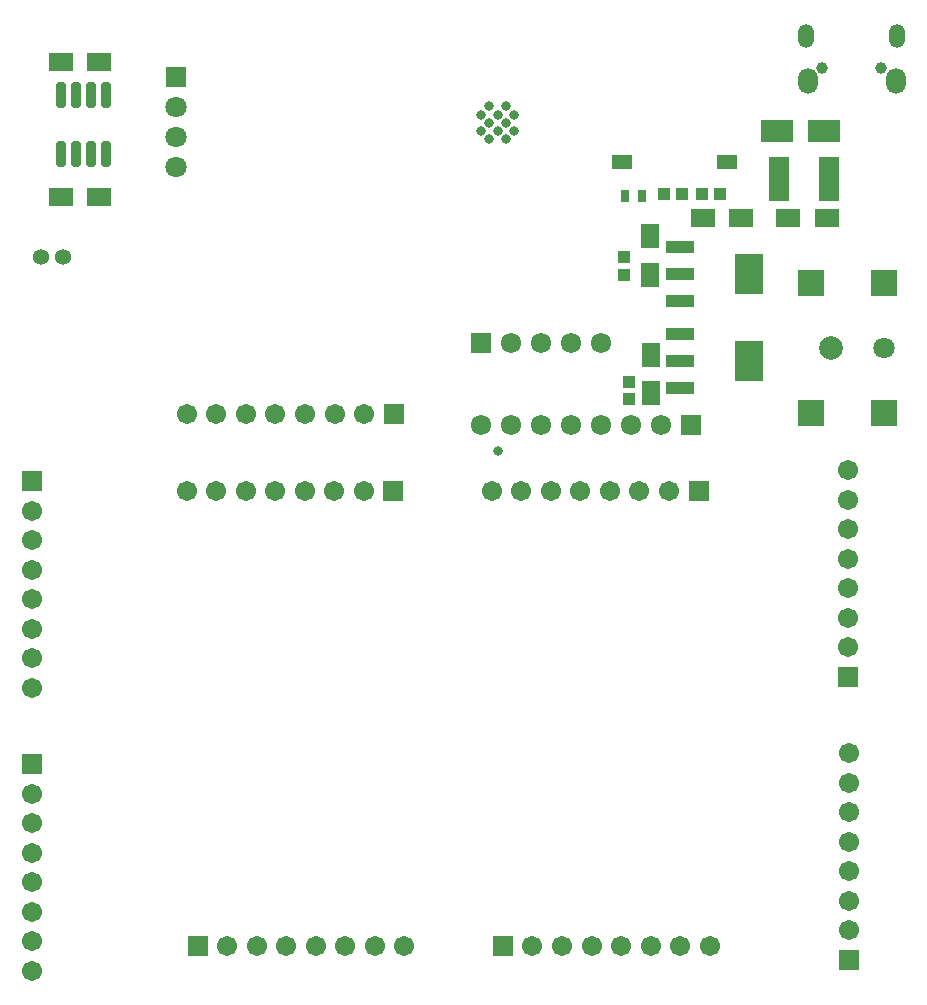
<source format=gbr>
%TF.GenerationSoftware,Altium Limited,Altium Designer,22.10.1 (41)*%
G04 Layer_Color=16711935*
%FSLAX25Y25*%
%MOIN*%
%TF.SameCoordinates,BEAA4B2D-68BC-4382-99D5-5DCEA874A810*%
%TF.FilePolarity,Negative*%
%TF.FileFunction,Soldermask,Bot*%
%TF.Part,Single*%
G01*
G75*
%TA.AperFunction,SMDPad,CuDef*%
%ADD63R,0.08674X0.08674*%
%ADD64R,0.06706X0.05131*%
%ADD65R,0.06800X0.14800*%
%ADD66R,0.07950X0.06150*%
G04:AMPARAMS|DCode=67|XSize=85.56mil|YSize=31.23mil|CornerRadius=6.9mil|HoleSize=0mil|Usage=FLASHONLY|Rotation=90.000|XOffset=0mil|YOffset=0mil|HoleType=Round|Shape=RoundedRectangle|*
%AMROUNDEDRECTD67*
21,1,0.08556,0.01742,0,0,90.0*
21,1,0.07175,0.03123,0,0,90.0*
1,1,0.01381,0.00871,0.03588*
1,1,0.01381,0.00871,-0.03588*
1,1,0.01381,-0.00871,-0.03588*
1,1,0.01381,-0.00871,0.03588*
%
%ADD67ROUNDEDRECTD67*%
%ADD68R,0.10642X0.07493*%
%ADD69R,0.03950X0.03950*%
%ADD70R,0.09265X0.13595*%
%ADD71R,0.09265X0.04343*%
%ADD72R,0.03950X0.03950*%
%ADD73R,0.02965X0.04343*%
%ADD74R,0.06150X0.07950*%
%TA.AperFunction,ComponentPad*%
%ADD75C,0.07887*%
%ADD76C,0.07099*%
%ADD77C,0.05359*%
%ADD78C,0.06784*%
%ADD79R,0.06784X0.06784*%
%ADD80C,0.06737*%
%ADD81R,0.06737X0.06737*%
%ADD82R,0.06737X0.06737*%
%ADD83O,0.06509X0.08674*%
%ADD84O,0.05328X0.07887*%
%ADD85C,0.03950*%
%ADD86R,0.07099X0.07099*%
%TA.AperFunction,ViaPad*%
%ADD87C,0.03162*%
D63*
X302217Y241154D02*
D03*
Y197846D02*
D03*
X278004Y241154D02*
D03*
Y197846D02*
D03*
D64*
X214822Y281442D02*
D03*
X249861D02*
D03*
D65*
X283841Y275854D02*
D03*
X267300D02*
D03*
D66*
X27827Y269717D02*
D03*
X40727D02*
D03*
X283200Y262673D02*
D03*
X270300D02*
D03*
X27800Y314900D02*
D03*
X40700D02*
D03*
X241800Y262753D02*
D03*
X254700D02*
D03*
D67*
X43000Y303744D02*
D03*
X38000D02*
D03*
X33000D02*
D03*
X28000D02*
D03*
Y284256D02*
D03*
X33000D02*
D03*
X38000D02*
D03*
X43000D02*
D03*
D68*
X282374Y291854D02*
D03*
X266626D02*
D03*
D69*
X217349Y208253D02*
D03*
Y202347D02*
D03*
X215700Y243747D02*
D03*
Y249653D02*
D03*
D70*
X257255Y215000D02*
D03*
Y244000D02*
D03*
D71*
X234184Y224016D02*
D03*
Y215000D02*
D03*
Y205984D02*
D03*
Y234984D02*
D03*
Y244000D02*
D03*
Y253016D02*
D03*
D72*
X241747Y270711D02*
D03*
X247653D02*
D03*
X234826D02*
D03*
X228920D02*
D03*
D73*
X215791Y270255D02*
D03*
X221500D02*
D03*
D74*
X224408Y243800D02*
D03*
Y256700D02*
D03*
X224488Y204300D02*
D03*
Y217200D02*
D03*
D75*
X284500Y219500D02*
D03*
D76*
X302217D02*
D03*
X66268Y299820D02*
D03*
Y289820D02*
D03*
Y279820D02*
D03*
D77*
X28740Y249650D02*
D03*
X21260D02*
D03*
D78*
X188000Y221000D02*
D03*
X178000D02*
D03*
X198000D02*
D03*
X208000D02*
D03*
X188000Y193730D02*
D03*
X198000D02*
D03*
X208000D02*
D03*
X228000D02*
D03*
X218000D02*
D03*
X178000D02*
D03*
X168000D02*
D03*
D79*
Y221000D02*
D03*
X238000Y193730D02*
D03*
D80*
X18338Y106153D02*
D03*
Y115996D02*
D03*
Y125838D02*
D03*
Y135681D02*
D03*
Y165208D02*
D03*
Y145523D02*
D03*
Y155366D02*
D03*
X119035Y171956D02*
D03*
X109193D02*
D03*
X128878D02*
D03*
X99350D02*
D03*
X89508D02*
D03*
X79665D02*
D03*
X69823D02*
D03*
X290271Y129525D02*
D03*
Y139368D02*
D03*
Y119683D02*
D03*
Y149210D02*
D03*
Y159053D02*
D03*
Y168895D02*
D03*
Y178738D02*
D03*
X194931Y20023D02*
D03*
X204773D02*
D03*
X185088D02*
D03*
X214616D02*
D03*
X224459D02*
D03*
X234301D02*
D03*
X244144D02*
D03*
X142407D02*
D03*
X132565D02*
D03*
X122722D02*
D03*
X112880D02*
D03*
X83352D02*
D03*
X103037D02*
D03*
X93195D02*
D03*
X171559Y171956D02*
D03*
X181401D02*
D03*
X191244D02*
D03*
X201086D02*
D03*
X230614D02*
D03*
X210929D02*
D03*
X220772D02*
D03*
X119114Y197523D02*
D03*
X109272D02*
D03*
X128957D02*
D03*
X99429D02*
D03*
X89587D02*
D03*
X79744D02*
D03*
X69901D02*
D03*
X290772Y84395D02*
D03*
Y74553D02*
D03*
Y64710D02*
D03*
Y54868D02*
D03*
Y25340D02*
D03*
Y45025D02*
D03*
Y35183D02*
D03*
X18338Y61023D02*
D03*
Y51181D02*
D03*
Y70866D02*
D03*
Y41338D02*
D03*
Y31496D02*
D03*
Y21653D02*
D03*
Y11811D02*
D03*
D81*
Y175051D02*
D03*
X290271Y109840D02*
D03*
X290772Y15498D02*
D03*
X18338Y80708D02*
D03*
D82*
X138720Y171956D02*
D03*
X175246Y20023D02*
D03*
X73510D02*
D03*
X240457Y171956D02*
D03*
X138799Y197523D02*
D03*
D83*
X306165Y308583D02*
D03*
X276835D02*
D03*
D84*
X306756Y323543D02*
D03*
X276244D02*
D03*
D85*
X301343Y312717D02*
D03*
X281658D02*
D03*
D86*
X66268Y309820D02*
D03*
D87*
X173500Y185000D02*
D03*
X170756Y288976D02*
D03*
X179024Y291732D02*
D03*
X173512D02*
D03*
X168000D02*
D03*
X176268Y288976D02*
D03*
X179024Y297244D02*
D03*
X173512D02*
D03*
X168000D02*
D03*
X170756Y294488D02*
D03*
X176268D02*
D03*
Y300000D02*
D03*
X170756D02*
D03*
%TF.MD5,53f95d0b43579cd1dfae110aa2dad60d*%
M02*

</source>
